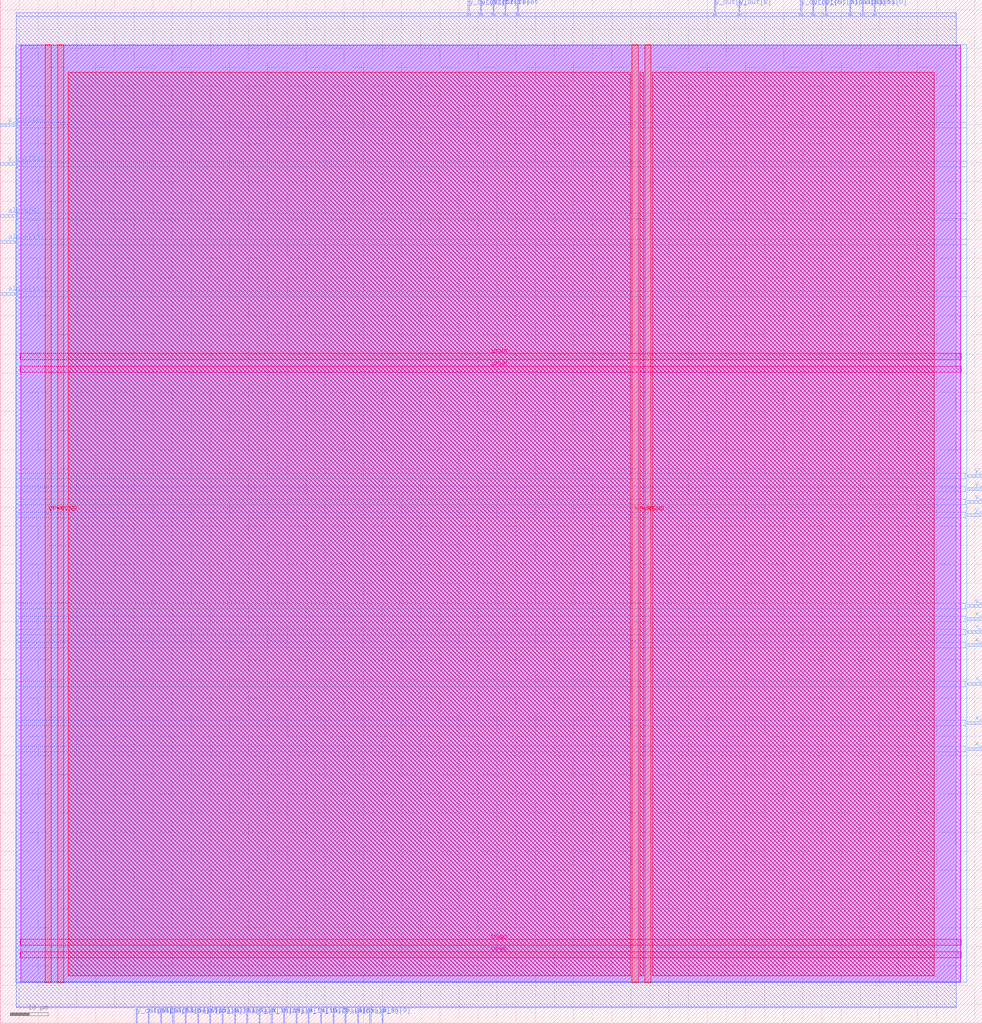
<source format=lef>
VERSION 5.7 ;
  NOWIREEXTENSIONATPIN ON ;
  DIVIDERCHAR "/" ;
  BUSBITCHARS "[]" ;
MACRO dynamic_noise_reduction
  CLASS BLOCK ;
  FOREIGN dynamic_noise_reduction ;
  ORIGIN 0.000 0.000 ;
  SIZE 256.935 BY 267.655 ;
  PIN VGND
    DIRECTION INOUT ;
    USE GROUND ;
    PORT
      LAYER met4 ;
        RECT 15.020 10.640 16.620 255.920 ;
    END
    PORT
      LAYER met4 ;
        RECT 168.620 10.640 170.220 255.920 ;
    END
    PORT
      LAYER met5 ;
        RECT 5.280 20.380 251.400 21.980 ;
    END
    PORT
      LAYER met5 ;
        RECT 5.280 173.560 251.400 175.160 ;
    END
  END VGND
  PIN VPWR
    DIRECTION INOUT ;
    USE POWER ;
    PORT
      LAYER met4 ;
        RECT 11.720 10.640 13.320 255.920 ;
    END
    PORT
      LAYER met4 ;
        RECT 165.320 10.640 166.920 255.920 ;
    END
    PORT
      LAYER met5 ;
        RECT 5.280 17.080 251.400 18.680 ;
    END
    PORT
      LAYER met5 ;
        RECT 5.280 170.260 251.400 171.860 ;
    END
  END VPWR
  PIN alpha[0]
    DIRECTION INPUT ;
    USE SIGNAL ;
    ANTENNAGATEAREA 0.742500 ;
    PORT
      LAYER met2 ;
        RECT 228.710 263.655 228.990 267.655 ;
    END
  END alpha[0]
  PIN alpha[10]
    DIRECTION INPUT ;
    USE SIGNAL ;
    ANTENNAGATEAREA 0.196500 ;
    PORT
      LAYER met3 ;
        RECT 0.000 204.040 4.000 204.640 ;
    END
  END alpha[10]
  PIN alpha[11]
    DIRECTION INPUT ;
    USE SIGNAL ;
    ANTENNAGATEAREA 0.213000 ;
    PORT
      LAYER met3 ;
        RECT 0.000 190.440 4.000 191.040 ;
    END
  END alpha[11]
  PIN alpha[12]
    DIRECTION INPUT ;
    USE SIGNAL ;
    ANTENNAGATEAREA 0.196500 ;
    PORT
      LAYER met2 ;
        RECT 38.730 0.000 39.010 4.000 ;
    END
  END alpha[12]
  PIN alpha[13]
    DIRECTION INPUT ;
    USE SIGNAL ;
    ANTENNAGATEAREA 0.196500 ;
    PORT
      LAYER met2 ;
        RECT 41.950 0.000 42.230 4.000 ;
    END
  END alpha[13]
  PIN alpha[14]
    DIRECTION INPUT ;
    USE SIGNAL ;
    ANTENNAGATEAREA 0.196500 ;
    PORT
      LAYER met2 ;
        RECT 45.170 0.000 45.450 4.000 ;
    END
  END alpha[14]
  PIN alpha[15]
    DIRECTION INPUT ;
    USE SIGNAL ;
    ANTENNAGATEAREA 0.159000 ;
    PORT
      LAYER met2 ;
        RECT 48.390 0.000 48.670 4.000 ;
    END
  END alpha[15]
  PIN alpha[1]
    DIRECTION INPUT ;
    USE SIGNAL ;
    ANTENNAGATEAREA 0.495000 ;
    PORT
      LAYER met2 ;
        RECT 225.490 263.655 225.770 267.655 ;
    END
  END alpha[1]
  PIN alpha[2]
    DIRECTION INPUT ;
    USE SIGNAL ;
    ANTENNAGATEAREA 0.742500 ;
    PORT
      LAYER met2 ;
        RECT 222.270 263.655 222.550 267.655 ;
    END
  END alpha[2]
  PIN alpha[3]
    DIRECTION INPUT ;
    USE SIGNAL ;
    ANTENNAGATEAREA 0.495000 ;
    PORT
      LAYER met2 ;
        RECT 93.470 0.000 93.750 4.000 ;
    END
  END alpha[3]
  PIN alpha[4]
    DIRECTION INPUT ;
    USE SIGNAL ;
    ANTENNAGATEAREA 0.213000 ;
    PORT
      LAYER met2 ;
        RECT 87.030 0.000 87.310 4.000 ;
    END
  END alpha[4]
  PIN alpha[5]
    DIRECTION INPUT ;
    USE SIGNAL ;
    ANTENNAGATEAREA 0.213000 ;
    PORT
      LAYER met2 ;
        RECT 74.150 0.000 74.430 4.000 ;
    END
  END alpha[5]
  PIN alpha[6]
    DIRECTION INPUT ;
    USE SIGNAL ;
    ANTENNAGATEAREA 0.213000 ;
    PORT
      LAYER met2 ;
        RECT 64.490 0.000 64.770 4.000 ;
    END
  END alpha[6]
  PIN alpha[7]
    DIRECTION INPUT ;
    USE SIGNAL ;
    ANTENNAGATEAREA 0.247500 ;
    PORT
      LAYER met2 ;
        RECT 61.270 0.000 61.550 4.000 ;
    END
  END alpha[7]
  PIN alpha[8]
    DIRECTION INPUT ;
    USE SIGNAL ;
    ANTENNAGATEAREA 0.213000 ;
    PORT
      LAYER met2 ;
        RECT 54.830 0.000 55.110 4.000 ;
    END
  END alpha[8]
  PIN alpha[9]
    DIRECTION INPUT ;
    USE SIGNAL ;
    ANTENNAGATEAREA 0.159000 ;
    PORT
      LAYER met3 ;
        RECT 0.000 210.840 4.000 211.440 ;
    END
  END alpha[9]
  PIN clk
    DIRECTION INPUT ;
    USE SIGNAL ;
    ANTENNAGATEAREA 0.852000 ;
    PORT
      LAYER met2 ;
        RECT 132.110 263.655 132.390 267.655 ;
    END
  END clk
  PIN reset
    DIRECTION INPUT ;
    USE SIGNAL ;
    ANTENNAGATEAREA 0.196500 ;
    PORT
      LAYER met2 ;
        RECT 135.330 263.655 135.610 267.655 ;
    END
  END reset
  PIN x_in[0]
    DIRECTION INPUT ;
    USE SIGNAL ;
    ANTENNAGATEAREA 0.196500 ;
    PORT
      LAYER met3 ;
        RECT 252.935 105.440 256.935 106.040 ;
    END
  END x_in[0]
  PIN x_in[10]
    DIRECTION INPUT ;
    USE SIGNAL ;
    ANTENNAGATEAREA 0.196500 ;
    PORT
      LAYER met2 ;
        RECT 51.610 0.000 51.890 4.000 ;
    END
  END x_in[10]
  PIN x_in[11]
    DIRECTION INPUT ;
    USE SIGNAL ;
    ANTENNAGATEAREA 0.196500 ;
    PORT
      LAYER met2 ;
        RECT 58.050 0.000 58.330 4.000 ;
    END
  END x_in[11]
  PIN x_in[12]
    DIRECTION INPUT ;
    USE SIGNAL ;
    ANTENNAGATEAREA 0.196500 ;
    PORT
      LAYER met2 ;
        RECT 67.710 0.000 67.990 4.000 ;
    END
  END x_in[12]
  PIN x_in[13]
    DIRECTION INPUT ;
    USE SIGNAL ;
    ANTENNAGATEAREA 0.196500 ;
    PORT
      LAYER met2 ;
        RECT 70.930 0.000 71.210 4.000 ;
    END
  END x_in[13]
  PIN x_in[14]
    DIRECTION INPUT ;
    USE SIGNAL ;
    ANTENNAGATEAREA 0.196500 ;
    PORT
      LAYER met2 ;
        RECT 77.370 0.000 77.650 4.000 ;
    END
  END x_in[14]
  PIN x_in[15]
    DIRECTION INPUT ;
    USE SIGNAL ;
    ANTENNAGATEAREA 0.196500 ;
    PORT
      LAYER met2 ;
        RECT 80.590 0.000 80.870 4.000 ;
    END
  END x_in[15]
  PIN x_in[1]
    DIRECTION INPUT ;
    USE SIGNAL ;
    ANTENNAGATEAREA 0.196500 ;
    PORT
      LAYER met3 ;
        RECT 252.935 102.040 256.935 102.640 ;
    END
  END x_in[1]
  PIN x_in[2]
    DIRECTION INPUT ;
    USE SIGNAL ;
    ANTENNAGATEAREA 0.196500 ;
    PORT
      LAYER met3 ;
        RECT 252.935 98.640 256.935 99.240 ;
    END
  END x_in[2]
  PIN x_in[3]
    DIRECTION INPUT ;
    USE SIGNAL ;
    ANTENNAGATEAREA 0.196500 ;
    PORT
      LAYER met3 ;
        RECT 252.935 88.440 256.935 89.040 ;
    END
  END x_in[3]
  PIN x_in[4]
    DIRECTION INPUT ;
    USE SIGNAL ;
    ANTENNAGATEAREA 0.196500 ;
    PORT
      LAYER met3 ;
        RECT 252.935 78.240 256.935 78.840 ;
    END
  END x_in[4]
  PIN x_in[5]
    DIRECTION INPUT ;
    USE SIGNAL ;
    ANTENNAGATEAREA 0.196500 ;
    PORT
      LAYER met3 ;
        RECT 252.935 71.440 256.935 72.040 ;
    END
  END x_in[5]
  PIN x_in[6]
    DIRECTION INPUT ;
    USE SIGNAL ;
    ANTENNAGATEAREA 0.196500 ;
    PORT
      LAYER met2 ;
        RECT 90.250 0.000 90.530 4.000 ;
    END
  END x_in[6]
  PIN x_in[7]
    DIRECTION INPUT ;
    USE SIGNAL ;
    ANTENNAGATEAREA 0.196500 ;
    PORT
      LAYER met2 ;
        RECT 83.810 0.000 84.090 4.000 ;
    END
  END x_in[7]
  PIN x_in[8]
    DIRECTION INPUT ;
    USE SIGNAL ;
    ANTENNAGATEAREA 0.196500 ;
    PORT
      LAYER met2 ;
        RECT 96.690 0.000 96.970 4.000 ;
    END
  END x_in[8]
  PIN x_in[9]
    DIRECTION INPUT ;
    USE SIGNAL ;
    ANTENNAGATEAREA 0.196500 ;
    PORT
      LAYER met2 ;
        RECT 99.910 0.000 100.190 4.000 ;
    END
  END x_in[9]
  PIN y_out[0]
    DIRECTION OUTPUT ;
    USE SIGNAL ;
    ANTENNADIFFAREA 0.445500 ;
    PORT
      LAYER met3 ;
        RECT 252.935 132.640 256.935 133.240 ;
    END
  END y_out[0]
  PIN y_out[10]
    DIRECTION OUTPUT ;
    USE SIGNAL ;
    ANTENNADIFFAREA 0.445500 ;
    PORT
      LAYER met3 ;
        RECT 0.000 234.640 4.000 235.240 ;
    END
  END y_out[10]
  PIN y_out[11]
    DIRECTION OUTPUT ;
    USE SIGNAL ;
    ANTENNADIFFAREA 0.445500 ;
    PORT
      LAYER met2 ;
        RECT 128.890 263.655 129.170 267.655 ;
    END
  END y_out[11]
  PIN y_out[12]
    DIRECTION OUTPUT ;
    USE SIGNAL ;
    ANTENNADIFFAREA 0.445500 ;
    PORT
      LAYER met2 ;
        RECT 125.670 263.655 125.950 267.655 ;
    END
  END y_out[12]
  PIN y_out[13]
    DIRECTION OUTPUT ;
    USE SIGNAL ;
    ANTENNADIFFAREA 0.445500 ;
    PORT
      LAYER met2 ;
        RECT 122.450 263.655 122.730 267.655 ;
    END
  END y_out[13]
  PIN y_out[14]
    DIRECTION OUTPUT ;
    USE SIGNAL ;
    ANTENNADIFFAREA 0.445500 ;
    PORT
      LAYER met3 ;
        RECT 0.000 224.440 4.000 225.040 ;
    END
  END y_out[14]
  PIN y_out[15]
    DIRECTION OUTPUT ;
    USE SIGNAL ;
    ANTENNADIFFAREA 0.445500 ;
    PORT
      LAYER met2 ;
        RECT 35.510 0.000 35.790 4.000 ;
    END
  END y_out[15]
  PIN y_out[1]
    DIRECTION OUTPUT ;
    USE SIGNAL ;
    ANTENNADIFFAREA 0.445500 ;
    PORT
      LAYER met3 ;
        RECT 252.935 108.840 256.935 109.440 ;
    END
  END y_out[1]
  PIN y_out[2]
    DIRECTION OUTPUT ;
    USE SIGNAL ;
    ANTENNADIFFAREA 0.445500 ;
    PORT
      LAYER met3 ;
        RECT 252.935 136.040 256.935 136.640 ;
    END
  END y_out[2]
  PIN y_out[3]
    DIRECTION OUTPUT ;
    USE SIGNAL ;
    ANTENNADIFFAREA 0.445500 ;
    PORT
      LAYER met3 ;
        RECT 252.935 139.440 256.935 140.040 ;
    END
  END y_out[3]
  PIN y_out[4]
    DIRECTION OUTPUT ;
    USE SIGNAL ;
    ANTENNADIFFAREA 0.445500 ;
    PORT
      LAYER met3 ;
        RECT 252.935 142.840 256.935 143.440 ;
    END
  END y_out[4]
  PIN y_out[5]
    DIRECTION OUTPUT ;
    USE SIGNAL ;
    ANTENNADIFFAREA 0.445500 ;
    PORT
      LAYER met2 ;
        RECT 212.610 263.655 212.890 267.655 ;
    END
  END y_out[5]
  PIN y_out[6]
    DIRECTION OUTPUT ;
    USE SIGNAL ;
    ANTENNADIFFAREA 0.445500 ;
    PORT
      LAYER met2 ;
        RECT 215.830 263.655 216.110 267.655 ;
    END
  END y_out[6]
  PIN y_out[7]
    DIRECTION OUTPUT ;
    USE SIGNAL ;
    ANTENNADIFFAREA 0.445500 ;
    PORT
      LAYER met2 ;
        RECT 209.390 263.655 209.670 267.655 ;
    END
  END y_out[7]
  PIN y_out[8]
    DIRECTION OUTPUT ;
    USE SIGNAL ;
    ANTENNADIFFAREA 0.445500 ;
    PORT
      LAYER met2 ;
        RECT 193.290 263.655 193.570 267.655 ;
    END
  END y_out[8]
  PIN y_out[9]
    DIRECTION OUTPUT ;
    USE SIGNAL ;
    ANTENNADIFFAREA 0.445500 ;
    PORT
      LAYER met2 ;
        RECT 186.850 263.655 187.130 267.655 ;
    END
  END y_out[9]
  OBS
      LAYER nwell ;
        RECT 5.330 10.795 251.350 255.765 ;
      LAYER li1 ;
        RECT 5.520 10.795 251.160 255.765 ;
      LAYER met1 ;
        RECT 4.210 10.640 251.160 255.920 ;
      LAYER met2 ;
        RECT 4.230 263.375 122.170 264.250 ;
        RECT 123.010 263.375 125.390 264.250 ;
        RECT 126.230 263.375 128.610 264.250 ;
        RECT 129.450 263.375 131.830 264.250 ;
        RECT 132.670 263.375 135.050 264.250 ;
        RECT 135.890 263.375 186.570 264.250 ;
        RECT 187.410 263.375 193.010 264.250 ;
        RECT 193.850 263.375 209.110 264.250 ;
        RECT 209.950 263.375 212.330 264.250 ;
        RECT 213.170 263.375 215.550 264.250 ;
        RECT 216.390 263.375 221.990 264.250 ;
        RECT 222.830 263.375 225.210 264.250 ;
        RECT 226.050 263.375 228.430 264.250 ;
        RECT 229.270 263.375 250.140 264.250 ;
        RECT 4.230 4.280 250.140 263.375 ;
        RECT 4.230 4.000 35.230 4.280 ;
        RECT 36.070 4.000 38.450 4.280 ;
        RECT 39.290 4.000 41.670 4.280 ;
        RECT 42.510 4.000 44.890 4.280 ;
        RECT 45.730 4.000 48.110 4.280 ;
        RECT 48.950 4.000 51.330 4.280 ;
        RECT 52.170 4.000 54.550 4.280 ;
        RECT 55.390 4.000 57.770 4.280 ;
        RECT 58.610 4.000 60.990 4.280 ;
        RECT 61.830 4.000 64.210 4.280 ;
        RECT 65.050 4.000 67.430 4.280 ;
        RECT 68.270 4.000 70.650 4.280 ;
        RECT 71.490 4.000 73.870 4.280 ;
        RECT 74.710 4.000 77.090 4.280 ;
        RECT 77.930 4.000 80.310 4.280 ;
        RECT 81.150 4.000 83.530 4.280 ;
        RECT 84.370 4.000 86.750 4.280 ;
        RECT 87.590 4.000 89.970 4.280 ;
        RECT 90.810 4.000 93.190 4.280 ;
        RECT 94.030 4.000 96.410 4.280 ;
        RECT 97.250 4.000 99.630 4.280 ;
        RECT 100.470 4.000 250.140 4.280 ;
      LAYER met3 ;
        RECT 3.990 235.640 252.935 255.845 ;
        RECT 4.400 234.240 252.935 235.640 ;
        RECT 3.990 225.440 252.935 234.240 ;
        RECT 4.400 224.040 252.935 225.440 ;
        RECT 3.990 211.840 252.935 224.040 ;
        RECT 4.400 210.440 252.935 211.840 ;
        RECT 3.990 205.040 252.935 210.440 ;
        RECT 4.400 203.640 252.935 205.040 ;
        RECT 3.990 191.440 252.935 203.640 ;
        RECT 4.400 190.040 252.935 191.440 ;
        RECT 3.990 143.840 252.935 190.040 ;
        RECT 3.990 142.440 252.535 143.840 ;
        RECT 3.990 140.440 252.935 142.440 ;
        RECT 3.990 139.040 252.535 140.440 ;
        RECT 3.990 137.040 252.935 139.040 ;
        RECT 3.990 135.640 252.535 137.040 ;
        RECT 3.990 133.640 252.935 135.640 ;
        RECT 3.990 132.240 252.535 133.640 ;
        RECT 3.990 109.840 252.935 132.240 ;
        RECT 3.990 108.440 252.535 109.840 ;
        RECT 3.990 106.440 252.935 108.440 ;
        RECT 3.990 105.040 252.535 106.440 ;
        RECT 3.990 103.040 252.935 105.040 ;
        RECT 3.990 101.640 252.535 103.040 ;
        RECT 3.990 99.640 252.935 101.640 ;
        RECT 3.990 98.240 252.535 99.640 ;
        RECT 3.990 89.440 252.935 98.240 ;
        RECT 3.990 88.040 252.535 89.440 ;
        RECT 3.990 79.240 252.935 88.040 ;
        RECT 3.990 77.840 252.535 79.240 ;
        RECT 3.990 72.440 252.935 77.840 ;
        RECT 3.990 71.040 252.535 72.440 ;
        RECT 3.990 10.715 252.935 71.040 ;
      LAYER met4 ;
        RECT 17.775 12.415 164.920 248.705 ;
        RECT 167.320 12.415 168.220 248.705 ;
        RECT 170.620 12.415 244.425 248.705 ;
  END
END dynamic_noise_reduction
END LIBRARY


</source>
